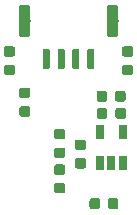
<source format=gbr>
G04 #@! TF.GenerationSoftware,KiCad,Pcbnew,(5.1.0-0)*
G04 #@! TF.CreationDate,2019-06-18T08:50:15-07:00*
G04 #@! TF.ProjectId,airdata,61697264-6174-4612-9e6b-696361645f70,rev?*
G04 #@! TF.SameCoordinates,Original*
G04 #@! TF.FileFunction,Paste,Bot*
G04 #@! TF.FilePolarity,Positive*
%FSLAX46Y46*%
G04 Gerber Fmt 4.6, Leading zero omitted, Abs format (unit mm)*
G04 Created by KiCad (PCBNEW (5.1.0-0)) date 2019-06-18 08:50:15*
%MOMM*%
%LPD*%
G04 APERTURE LIST*
%ADD10C,0.100000*%
%ADD11C,1.000000*%
%ADD12C,0.600000*%
%ADD13C,0.875000*%
%ADD14R,0.650000X1.220000*%
G04 APERTURE END LIST*
D10*
G36*
X44999504Y-44301204D02*
G01*
X45023773Y-44304804D01*
X45047571Y-44310765D01*
X45070671Y-44319030D01*
X45092849Y-44329520D01*
X45113893Y-44342133D01*
X45133598Y-44356747D01*
X45151777Y-44373223D01*
X45168253Y-44391402D01*
X45182867Y-44411107D01*
X45195480Y-44432151D01*
X45205970Y-44454329D01*
X45214235Y-44477429D01*
X45220196Y-44501227D01*
X45223796Y-44525496D01*
X45225000Y-44550000D01*
X45225000Y-46750000D01*
X45223796Y-46774504D01*
X45220196Y-46798773D01*
X45214235Y-46822571D01*
X45205970Y-46845671D01*
X45195480Y-46867849D01*
X45182867Y-46888893D01*
X45168253Y-46908598D01*
X45151777Y-46926777D01*
X45133598Y-46943253D01*
X45113893Y-46957867D01*
X45092849Y-46970480D01*
X45070671Y-46980970D01*
X45047571Y-46989235D01*
X45023773Y-46995196D01*
X44999504Y-46998796D01*
X44975000Y-47000000D01*
X44475000Y-47000000D01*
X44450496Y-46998796D01*
X44426227Y-46995196D01*
X44402429Y-46989235D01*
X44379329Y-46980970D01*
X44357151Y-46970480D01*
X44336107Y-46957867D01*
X44316402Y-46943253D01*
X44298223Y-46926777D01*
X44281747Y-46908598D01*
X44267133Y-46888893D01*
X44254520Y-46867849D01*
X44244030Y-46845671D01*
X44235765Y-46822571D01*
X44229804Y-46798773D01*
X44226204Y-46774504D01*
X44225000Y-46750000D01*
X44225000Y-44550000D01*
X44226204Y-44525496D01*
X44229804Y-44501227D01*
X44235765Y-44477429D01*
X44244030Y-44454329D01*
X44254520Y-44432151D01*
X44267133Y-44411107D01*
X44281747Y-44391402D01*
X44298223Y-44373223D01*
X44316402Y-44356747D01*
X44336107Y-44342133D01*
X44357151Y-44329520D01*
X44379329Y-44319030D01*
X44402429Y-44310765D01*
X44426227Y-44304804D01*
X44450496Y-44301204D01*
X44475000Y-44300000D01*
X44975000Y-44300000D01*
X44999504Y-44301204D01*
X44999504Y-44301204D01*
G37*
D11*
X44725000Y-45650000D03*
D10*
G36*
X37549504Y-44301204D02*
G01*
X37573773Y-44304804D01*
X37597571Y-44310765D01*
X37620671Y-44319030D01*
X37642849Y-44329520D01*
X37663893Y-44342133D01*
X37683598Y-44356747D01*
X37701777Y-44373223D01*
X37718253Y-44391402D01*
X37732867Y-44411107D01*
X37745480Y-44432151D01*
X37755970Y-44454329D01*
X37764235Y-44477429D01*
X37770196Y-44501227D01*
X37773796Y-44525496D01*
X37775000Y-44550000D01*
X37775000Y-46750000D01*
X37773796Y-46774504D01*
X37770196Y-46798773D01*
X37764235Y-46822571D01*
X37755970Y-46845671D01*
X37745480Y-46867849D01*
X37732867Y-46888893D01*
X37718253Y-46908598D01*
X37701777Y-46926777D01*
X37683598Y-46943253D01*
X37663893Y-46957867D01*
X37642849Y-46970480D01*
X37620671Y-46980970D01*
X37597571Y-46989235D01*
X37573773Y-46995196D01*
X37549504Y-46998796D01*
X37525000Y-47000000D01*
X37025000Y-47000000D01*
X37000496Y-46998796D01*
X36976227Y-46995196D01*
X36952429Y-46989235D01*
X36929329Y-46980970D01*
X36907151Y-46970480D01*
X36886107Y-46957867D01*
X36866402Y-46943253D01*
X36848223Y-46926777D01*
X36831747Y-46908598D01*
X36817133Y-46888893D01*
X36804520Y-46867849D01*
X36794030Y-46845671D01*
X36785765Y-46822571D01*
X36779804Y-46798773D01*
X36776204Y-46774504D01*
X36775000Y-46750000D01*
X36775000Y-44550000D01*
X36776204Y-44525496D01*
X36779804Y-44501227D01*
X36785765Y-44477429D01*
X36794030Y-44454329D01*
X36804520Y-44432151D01*
X36817133Y-44411107D01*
X36831747Y-44391402D01*
X36848223Y-44373223D01*
X36866402Y-44356747D01*
X36886107Y-44342133D01*
X36907151Y-44329520D01*
X36929329Y-44319030D01*
X36952429Y-44310765D01*
X36976227Y-44304804D01*
X37000496Y-44301204D01*
X37025000Y-44300000D01*
X37525000Y-44300000D01*
X37549504Y-44301204D01*
X37549504Y-44301204D01*
G37*
D11*
X37275000Y-45650000D03*
D10*
G36*
X43039703Y-48000722D02*
G01*
X43054264Y-48002882D01*
X43068543Y-48006459D01*
X43082403Y-48011418D01*
X43095710Y-48017712D01*
X43108336Y-48025280D01*
X43120159Y-48034048D01*
X43131066Y-48043934D01*
X43140952Y-48054841D01*
X43149720Y-48066664D01*
X43157288Y-48079290D01*
X43163582Y-48092597D01*
X43168541Y-48106457D01*
X43172118Y-48120736D01*
X43174278Y-48135297D01*
X43175000Y-48150000D01*
X43175000Y-49550000D01*
X43174278Y-49564703D01*
X43172118Y-49579264D01*
X43168541Y-49593543D01*
X43163582Y-49607403D01*
X43157288Y-49620710D01*
X43149720Y-49633336D01*
X43140952Y-49645159D01*
X43131066Y-49656066D01*
X43120159Y-49665952D01*
X43108336Y-49674720D01*
X43095710Y-49682288D01*
X43082403Y-49688582D01*
X43068543Y-49693541D01*
X43054264Y-49697118D01*
X43039703Y-49699278D01*
X43025000Y-49700000D01*
X42725000Y-49700000D01*
X42710297Y-49699278D01*
X42695736Y-49697118D01*
X42681457Y-49693541D01*
X42667597Y-49688582D01*
X42654290Y-49682288D01*
X42641664Y-49674720D01*
X42629841Y-49665952D01*
X42618934Y-49656066D01*
X42609048Y-49645159D01*
X42600280Y-49633336D01*
X42592712Y-49620710D01*
X42586418Y-49607403D01*
X42581459Y-49593543D01*
X42577882Y-49579264D01*
X42575722Y-49564703D01*
X42575000Y-49550000D01*
X42575000Y-48150000D01*
X42575722Y-48135297D01*
X42577882Y-48120736D01*
X42581459Y-48106457D01*
X42586418Y-48092597D01*
X42592712Y-48079290D01*
X42600280Y-48066664D01*
X42609048Y-48054841D01*
X42618934Y-48043934D01*
X42629841Y-48034048D01*
X42641664Y-48025280D01*
X42654290Y-48017712D01*
X42667597Y-48011418D01*
X42681457Y-48006459D01*
X42695736Y-48002882D01*
X42710297Y-48000722D01*
X42725000Y-48000000D01*
X43025000Y-48000000D01*
X43039703Y-48000722D01*
X43039703Y-48000722D01*
G37*
D12*
X42875000Y-48850000D03*
D10*
G36*
X41789703Y-48000722D02*
G01*
X41804264Y-48002882D01*
X41818543Y-48006459D01*
X41832403Y-48011418D01*
X41845710Y-48017712D01*
X41858336Y-48025280D01*
X41870159Y-48034048D01*
X41881066Y-48043934D01*
X41890952Y-48054841D01*
X41899720Y-48066664D01*
X41907288Y-48079290D01*
X41913582Y-48092597D01*
X41918541Y-48106457D01*
X41922118Y-48120736D01*
X41924278Y-48135297D01*
X41925000Y-48150000D01*
X41925000Y-49550000D01*
X41924278Y-49564703D01*
X41922118Y-49579264D01*
X41918541Y-49593543D01*
X41913582Y-49607403D01*
X41907288Y-49620710D01*
X41899720Y-49633336D01*
X41890952Y-49645159D01*
X41881066Y-49656066D01*
X41870159Y-49665952D01*
X41858336Y-49674720D01*
X41845710Y-49682288D01*
X41832403Y-49688582D01*
X41818543Y-49693541D01*
X41804264Y-49697118D01*
X41789703Y-49699278D01*
X41775000Y-49700000D01*
X41475000Y-49700000D01*
X41460297Y-49699278D01*
X41445736Y-49697118D01*
X41431457Y-49693541D01*
X41417597Y-49688582D01*
X41404290Y-49682288D01*
X41391664Y-49674720D01*
X41379841Y-49665952D01*
X41368934Y-49656066D01*
X41359048Y-49645159D01*
X41350280Y-49633336D01*
X41342712Y-49620710D01*
X41336418Y-49607403D01*
X41331459Y-49593543D01*
X41327882Y-49579264D01*
X41325722Y-49564703D01*
X41325000Y-49550000D01*
X41325000Y-48150000D01*
X41325722Y-48135297D01*
X41327882Y-48120736D01*
X41331459Y-48106457D01*
X41336418Y-48092597D01*
X41342712Y-48079290D01*
X41350280Y-48066664D01*
X41359048Y-48054841D01*
X41368934Y-48043934D01*
X41379841Y-48034048D01*
X41391664Y-48025280D01*
X41404290Y-48017712D01*
X41417597Y-48011418D01*
X41431457Y-48006459D01*
X41445736Y-48002882D01*
X41460297Y-48000722D01*
X41475000Y-48000000D01*
X41775000Y-48000000D01*
X41789703Y-48000722D01*
X41789703Y-48000722D01*
G37*
D12*
X41625000Y-48850000D03*
D10*
G36*
X40539703Y-48000722D02*
G01*
X40554264Y-48002882D01*
X40568543Y-48006459D01*
X40582403Y-48011418D01*
X40595710Y-48017712D01*
X40608336Y-48025280D01*
X40620159Y-48034048D01*
X40631066Y-48043934D01*
X40640952Y-48054841D01*
X40649720Y-48066664D01*
X40657288Y-48079290D01*
X40663582Y-48092597D01*
X40668541Y-48106457D01*
X40672118Y-48120736D01*
X40674278Y-48135297D01*
X40675000Y-48150000D01*
X40675000Y-49550000D01*
X40674278Y-49564703D01*
X40672118Y-49579264D01*
X40668541Y-49593543D01*
X40663582Y-49607403D01*
X40657288Y-49620710D01*
X40649720Y-49633336D01*
X40640952Y-49645159D01*
X40631066Y-49656066D01*
X40620159Y-49665952D01*
X40608336Y-49674720D01*
X40595710Y-49682288D01*
X40582403Y-49688582D01*
X40568543Y-49693541D01*
X40554264Y-49697118D01*
X40539703Y-49699278D01*
X40525000Y-49700000D01*
X40225000Y-49700000D01*
X40210297Y-49699278D01*
X40195736Y-49697118D01*
X40181457Y-49693541D01*
X40167597Y-49688582D01*
X40154290Y-49682288D01*
X40141664Y-49674720D01*
X40129841Y-49665952D01*
X40118934Y-49656066D01*
X40109048Y-49645159D01*
X40100280Y-49633336D01*
X40092712Y-49620710D01*
X40086418Y-49607403D01*
X40081459Y-49593543D01*
X40077882Y-49579264D01*
X40075722Y-49564703D01*
X40075000Y-49550000D01*
X40075000Y-48150000D01*
X40075722Y-48135297D01*
X40077882Y-48120736D01*
X40081459Y-48106457D01*
X40086418Y-48092597D01*
X40092712Y-48079290D01*
X40100280Y-48066664D01*
X40109048Y-48054841D01*
X40118934Y-48043934D01*
X40129841Y-48034048D01*
X40141664Y-48025280D01*
X40154290Y-48017712D01*
X40167597Y-48011418D01*
X40181457Y-48006459D01*
X40195736Y-48002882D01*
X40210297Y-48000722D01*
X40225000Y-48000000D01*
X40525000Y-48000000D01*
X40539703Y-48000722D01*
X40539703Y-48000722D01*
G37*
D12*
X40375000Y-48850000D03*
D10*
G36*
X39289703Y-48000722D02*
G01*
X39304264Y-48002882D01*
X39318543Y-48006459D01*
X39332403Y-48011418D01*
X39345710Y-48017712D01*
X39358336Y-48025280D01*
X39370159Y-48034048D01*
X39381066Y-48043934D01*
X39390952Y-48054841D01*
X39399720Y-48066664D01*
X39407288Y-48079290D01*
X39413582Y-48092597D01*
X39418541Y-48106457D01*
X39422118Y-48120736D01*
X39424278Y-48135297D01*
X39425000Y-48150000D01*
X39425000Y-49550000D01*
X39424278Y-49564703D01*
X39422118Y-49579264D01*
X39418541Y-49593543D01*
X39413582Y-49607403D01*
X39407288Y-49620710D01*
X39399720Y-49633336D01*
X39390952Y-49645159D01*
X39381066Y-49656066D01*
X39370159Y-49665952D01*
X39358336Y-49674720D01*
X39345710Y-49682288D01*
X39332403Y-49688582D01*
X39318543Y-49693541D01*
X39304264Y-49697118D01*
X39289703Y-49699278D01*
X39275000Y-49700000D01*
X38975000Y-49700000D01*
X38960297Y-49699278D01*
X38945736Y-49697118D01*
X38931457Y-49693541D01*
X38917597Y-49688582D01*
X38904290Y-49682288D01*
X38891664Y-49674720D01*
X38879841Y-49665952D01*
X38868934Y-49656066D01*
X38859048Y-49645159D01*
X38850280Y-49633336D01*
X38842712Y-49620710D01*
X38836418Y-49607403D01*
X38831459Y-49593543D01*
X38827882Y-49579264D01*
X38825722Y-49564703D01*
X38825000Y-49550000D01*
X38825000Y-48150000D01*
X38825722Y-48135297D01*
X38827882Y-48120736D01*
X38831459Y-48106457D01*
X38836418Y-48092597D01*
X38842712Y-48079290D01*
X38850280Y-48066664D01*
X38859048Y-48054841D01*
X38868934Y-48043934D01*
X38879841Y-48034048D01*
X38891664Y-48025280D01*
X38904290Y-48017712D01*
X38917597Y-48011418D01*
X38931457Y-48006459D01*
X38945736Y-48002882D01*
X38960297Y-48000722D01*
X38975000Y-48000000D01*
X39275000Y-48000000D01*
X39289703Y-48000722D01*
X39289703Y-48000722D01*
G37*
D12*
X39125000Y-48850000D03*
D10*
G36*
X45027691Y-60626053D02*
G01*
X45048926Y-60629203D01*
X45069750Y-60634419D01*
X45089962Y-60641651D01*
X45109368Y-60650830D01*
X45127781Y-60661866D01*
X45145024Y-60674654D01*
X45160930Y-60689070D01*
X45175346Y-60704976D01*
X45188134Y-60722219D01*
X45199170Y-60740632D01*
X45208349Y-60760038D01*
X45215581Y-60780250D01*
X45220797Y-60801074D01*
X45223947Y-60822309D01*
X45225000Y-60843750D01*
X45225000Y-61356250D01*
X45223947Y-61377691D01*
X45220797Y-61398926D01*
X45215581Y-61419750D01*
X45208349Y-61439962D01*
X45199170Y-61459368D01*
X45188134Y-61477781D01*
X45175346Y-61495024D01*
X45160930Y-61510930D01*
X45145024Y-61525346D01*
X45127781Y-61538134D01*
X45109368Y-61549170D01*
X45089962Y-61558349D01*
X45069750Y-61565581D01*
X45048926Y-61570797D01*
X45027691Y-61573947D01*
X45006250Y-61575000D01*
X44568750Y-61575000D01*
X44547309Y-61573947D01*
X44526074Y-61570797D01*
X44505250Y-61565581D01*
X44485038Y-61558349D01*
X44465632Y-61549170D01*
X44447219Y-61538134D01*
X44429976Y-61525346D01*
X44414070Y-61510930D01*
X44399654Y-61495024D01*
X44386866Y-61477781D01*
X44375830Y-61459368D01*
X44366651Y-61439962D01*
X44359419Y-61419750D01*
X44354203Y-61398926D01*
X44351053Y-61377691D01*
X44350000Y-61356250D01*
X44350000Y-60843750D01*
X44351053Y-60822309D01*
X44354203Y-60801074D01*
X44359419Y-60780250D01*
X44366651Y-60760038D01*
X44375830Y-60740632D01*
X44386866Y-60722219D01*
X44399654Y-60704976D01*
X44414070Y-60689070D01*
X44429976Y-60674654D01*
X44447219Y-60661866D01*
X44465632Y-60650830D01*
X44485038Y-60641651D01*
X44505250Y-60634419D01*
X44526074Y-60629203D01*
X44547309Y-60626053D01*
X44568750Y-60625000D01*
X45006250Y-60625000D01*
X45027691Y-60626053D01*
X45027691Y-60626053D01*
G37*
D13*
X44787500Y-61100000D03*
D10*
G36*
X43452691Y-60626053D02*
G01*
X43473926Y-60629203D01*
X43494750Y-60634419D01*
X43514962Y-60641651D01*
X43534368Y-60650830D01*
X43552781Y-60661866D01*
X43570024Y-60674654D01*
X43585930Y-60689070D01*
X43600346Y-60704976D01*
X43613134Y-60722219D01*
X43624170Y-60740632D01*
X43633349Y-60760038D01*
X43640581Y-60780250D01*
X43645797Y-60801074D01*
X43648947Y-60822309D01*
X43650000Y-60843750D01*
X43650000Y-61356250D01*
X43648947Y-61377691D01*
X43645797Y-61398926D01*
X43640581Y-61419750D01*
X43633349Y-61439962D01*
X43624170Y-61459368D01*
X43613134Y-61477781D01*
X43600346Y-61495024D01*
X43585930Y-61510930D01*
X43570024Y-61525346D01*
X43552781Y-61538134D01*
X43534368Y-61549170D01*
X43514962Y-61558349D01*
X43494750Y-61565581D01*
X43473926Y-61570797D01*
X43452691Y-61573947D01*
X43431250Y-61575000D01*
X42993750Y-61575000D01*
X42972309Y-61573947D01*
X42951074Y-61570797D01*
X42930250Y-61565581D01*
X42910038Y-61558349D01*
X42890632Y-61549170D01*
X42872219Y-61538134D01*
X42854976Y-61525346D01*
X42839070Y-61510930D01*
X42824654Y-61495024D01*
X42811866Y-61477781D01*
X42800830Y-61459368D01*
X42791651Y-61439962D01*
X42784419Y-61419750D01*
X42779203Y-61398926D01*
X42776053Y-61377691D01*
X42775000Y-61356250D01*
X42775000Y-60843750D01*
X42776053Y-60822309D01*
X42779203Y-60801074D01*
X42784419Y-60780250D01*
X42791651Y-60760038D01*
X42800830Y-60740632D01*
X42811866Y-60722219D01*
X42824654Y-60704976D01*
X42839070Y-60689070D01*
X42854976Y-60674654D01*
X42872219Y-60661866D01*
X42890632Y-60650830D01*
X42910038Y-60641651D01*
X42930250Y-60634419D01*
X42951074Y-60629203D01*
X42972309Y-60626053D01*
X42993750Y-60625000D01*
X43431250Y-60625000D01*
X43452691Y-60626053D01*
X43452691Y-60626053D01*
G37*
D13*
X43212500Y-61100000D03*
D10*
G36*
X37577691Y-51276053D02*
G01*
X37598926Y-51279203D01*
X37619750Y-51284419D01*
X37639962Y-51291651D01*
X37659368Y-51300830D01*
X37677781Y-51311866D01*
X37695024Y-51324654D01*
X37710930Y-51339070D01*
X37725346Y-51354976D01*
X37738134Y-51372219D01*
X37749170Y-51390632D01*
X37758349Y-51410038D01*
X37765581Y-51430250D01*
X37770797Y-51451074D01*
X37773947Y-51472309D01*
X37775000Y-51493750D01*
X37775000Y-51931250D01*
X37773947Y-51952691D01*
X37770797Y-51973926D01*
X37765581Y-51994750D01*
X37758349Y-52014962D01*
X37749170Y-52034368D01*
X37738134Y-52052781D01*
X37725346Y-52070024D01*
X37710930Y-52085930D01*
X37695024Y-52100346D01*
X37677781Y-52113134D01*
X37659368Y-52124170D01*
X37639962Y-52133349D01*
X37619750Y-52140581D01*
X37598926Y-52145797D01*
X37577691Y-52148947D01*
X37556250Y-52150000D01*
X37043750Y-52150000D01*
X37022309Y-52148947D01*
X37001074Y-52145797D01*
X36980250Y-52140581D01*
X36960038Y-52133349D01*
X36940632Y-52124170D01*
X36922219Y-52113134D01*
X36904976Y-52100346D01*
X36889070Y-52085930D01*
X36874654Y-52070024D01*
X36861866Y-52052781D01*
X36850830Y-52034368D01*
X36841651Y-52014962D01*
X36834419Y-51994750D01*
X36829203Y-51973926D01*
X36826053Y-51952691D01*
X36825000Y-51931250D01*
X36825000Y-51493750D01*
X36826053Y-51472309D01*
X36829203Y-51451074D01*
X36834419Y-51430250D01*
X36841651Y-51410038D01*
X36850830Y-51390632D01*
X36861866Y-51372219D01*
X36874654Y-51354976D01*
X36889070Y-51339070D01*
X36904976Y-51324654D01*
X36922219Y-51311866D01*
X36940632Y-51300830D01*
X36960038Y-51291651D01*
X36980250Y-51284419D01*
X37001074Y-51279203D01*
X37022309Y-51276053D01*
X37043750Y-51275000D01*
X37556250Y-51275000D01*
X37577691Y-51276053D01*
X37577691Y-51276053D01*
G37*
D13*
X37300000Y-51712500D03*
D10*
G36*
X37577691Y-52851053D02*
G01*
X37598926Y-52854203D01*
X37619750Y-52859419D01*
X37639962Y-52866651D01*
X37659368Y-52875830D01*
X37677781Y-52886866D01*
X37695024Y-52899654D01*
X37710930Y-52914070D01*
X37725346Y-52929976D01*
X37738134Y-52947219D01*
X37749170Y-52965632D01*
X37758349Y-52985038D01*
X37765581Y-53005250D01*
X37770797Y-53026074D01*
X37773947Y-53047309D01*
X37775000Y-53068750D01*
X37775000Y-53506250D01*
X37773947Y-53527691D01*
X37770797Y-53548926D01*
X37765581Y-53569750D01*
X37758349Y-53589962D01*
X37749170Y-53609368D01*
X37738134Y-53627781D01*
X37725346Y-53645024D01*
X37710930Y-53660930D01*
X37695024Y-53675346D01*
X37677781Y-53688134D01*
X37659368Y-53699170D01*
X37639962Y-53708349D01*
X37619750Y-53715581D01*
X37598926Y-53720797D01*
X37577691Y-53723947D01*
X37556250Y-53725000D01*
X37043750Y-53725000D01*
X37022309Y-53723947D01*
X37001074Y-53720797D01*
X36980250Y-53715581D01*
X36960038Y-53708349D01*
X36940632Y-53699170D01*
X36922219Y-53688134D01*
X36904976Y-53675346D01*
X36889070Y-53660930D01*
X36874654Y-53645024D01*
X36861866Y-53627781D01*
X36850830Y-53609368D01*
X36841651Y-53589962D01*
X36834419Y-53569750D01*
X36829203Y-53548926D01*
X36826053Y-53527691D01*
X36825000Y-53506250D01*
X36825000Y-53068750D01*
X36826053Y-53047309D01*
X36829203Y-53026074D01*
X36834419Y-53005250D01*
X36841651Y-52985038D01*
X36850830Y-52965632D01*
X36861866Y-52947219D01*
X36874654Y-52929976D01*
X36889070Y-52914070D01*
X36904976Y-52899654D01*
X36922219Y-52886866D01*
X36940632Y-52875830D01*
X36960038Y-52866651D01*
X36980250Y-52859419D01*
X37001074Y-52854203D01*
X37022309Y-52851053D01*
X37043750Y-52850000D01*
X37556250Y-52850000D01*
X37577691Y-52851053D01*
X37577691Y-52851053D01*
G37*
D13*
X37300000Y-53287500D03*
D10*
G36*
X40527691Y-59351053D02*
G01*
X40548926Y-59354203D01*
X40569750Y-59359419D01*
X40589962Y-59366651D01*
X40609368Y-59375830D01*
X40627781Y-59386866D01*
X40645024Y-59399654D01*
X40660930Y-59414070D01*
X40675346Y-59429976D01*
X40688134Y-59447219D01*
X40699170Y-59465632D01*
X40708349Y-59485038D01*
X40715581Y-59505250D01*
X40720797Y-59526074D01*
X40723947Y-59547309D01*
X40725000Y-59568750D01*
X40725000Y-60006250D01*
X40723947Y-60027691D01*
X40720797Y-60048926D01*
X40715581Y-60069750D01*
X40708349Y-60089962D01*
X40699170Y-60109368D01*
X40688134Y-60127781D01*
X40675346Y-60145024D01*
X40660930Y-60160930D01*
X40645024Y-60175346D01*
X40627781Y-60188134D01*
X40609368Y-60199170D01*
X40589962Y-60208349D01*
X40569750Y-60215581D01*
X40548926Y-60220797D01*
X40527691Y-60223947D01*
X40506250Y-60225000D01*
X39993750Y-60225000D01*
X39972309Y-60223947D01*
X39951074Y-60220797D01*
X39930250Y-60215581D01*
X39910038Y-60208349D01*
X39890632Y-60199170D01*
X39872219Y-60188134D01*
X39854976Y-60175346D01*
X39839070Y-60160930D01*
X39824654Y-60145024D01*
X39811866Y-60127781D01*
X39800830Y-60109368D01*
X39791651Y-60089962D01*
X39784419Y-60069750D01*
X39779203Y-60048926D01*
X39776053Y-60027691D01*
X39775000Y-60006250D01*
X39775000Y-59568750D01*
X39776053Y-59547309D01*
X39779203Y-59526074D01*
X39784419Y-59505250D01*
X39791651Y-59485038D01*
X39800830Y-59465632D01*
X39811866Y-59447219D01*
X39824654Y-59429976D01*
X39839070Y-59414070D01*
X39854976Y-59399654D01*
X39872219Y-59386866D01*
X39890632Y-59375830D01*
X39910038Y-59366651D01*
X39930250Y-59359419D01*
X39951074Y-59354203D01*
X39972309Y-59351053D01*
X39993750Y-59350000D01*
X40506250Y-59350000D01*
X40527691Y-59351053D01*
X40527691Y-59351053D01*
G37*
D13*
X40250000Y-59787500D03*
D10*
G36*
X40527691Y-57776053D02*
G01*
X40548926Y-57779203D01*
X40569750Y-57784419D01*
X40589962Y-57791651D01*
X40609368Y-57800830D01*
X40627781Y-57811866D01*
X40645024Y-57824654D01*
X40660930Y-57839070D01*
X40675346Y-57854976D01*
X40688134Y-57872219D01*
X40699170Y-57890632D01*
X40708349Y-57910038D01*
X40715581Y-57930250D01*
X40720797Y-57951074D01*
X40723947Y-57972309D01*
X40725000Y-57993750D01*
X40725000Y-58431250D01*
X40723947Y-58452691D01*
X40720797Y-58473926D01*
X40715581Y-58494750D01*
X40708349Y-58514962D01*
X40699170Y-58534368D01*
X40688134Y-58552781D01*
X40675346Y-58570024D01*
X40660930Y-58585930D01*
X40645024Y-58600346D01*
X40627781Y-58613134D01*
X40609368Y-58624170D01*
X40589962Y-58633349D01*
X40569750Y-58640581D01*
X40548926Y-58645797D01*
X40527691Y-58648947D01*
X40506250Y-58650000D01*
X39993750Y-58650000D01*
X39972309Y-58648947D01*
X39951074Y-58645797D01*
X39930250Y-58640581D01*
X39910038Y-58633349D01*
X39890632Y-58624170D01*
X39872219Y-58613134D01*
X39854976Y-58600346D01*
X39839070Y-58585930D01*
X39824654Y-58570024D01*
X39811866Y-58552781D01*
X39800830Y-58534368D01*
X39791651Y-58514962D01*
X39784419Y-58494750D01*
X39779203Y-58473926D01*
X39776053Y-58452691D01*
X39775000Y-58431250D01*
X39775000Y-57993750D01*
X39776053Y-57972309D01*
X39779203Y-57951074D01*
X39784419Y-57930250D01*
X39791651Y-57910038D01*
X39800830Y-57890632D01*
X39811866Y-57872219D01*
X39824654Y-57854976D01*
X39839070Y-57839070D01*
X39854976Y-57824654D01*
X39872219Y-57811866D01*
X39890632Y-57800830D01*
X39910038Y-57791651D01*
X39930250Y-57784419D01*
X39951074Y-57779203D01*
X39972309Y-57776053D01*
X39993750Y-57775000D01*
X40506250Y-57775000D01*
X40527691Y-57776053D01*
X40527691Y-57776053D01*
G37*
D13*
X40250000Y-58212500D03*
D10*
G36*
X40527691Y-54776053D02*
G01*
X40548926Y-54779203D01*
X40569750Y-54784419D01*
X40589962Y-54791651D01*
X40609368Y-54800830D01*
X40627781Y-54811866D01*
X40645024Y-54824654D01*
X40660930Y-54839070D01*
X40675346Y-54854976D01*
X40688134Y-54872219D01*
X40699170Y-54890632D01*
X40708349Y-54910038D01*
X40715581Y-54930250D01*
X40720797Y-54951074D01*
X40723947Y-54972309D01*
X40725000Y-54993750D01*
X40725000Y-55431250D01*
X40723947Y-55452691D01*
X40720797Y-55473926D01*
X40715581Y-55494750D01*
X40708349Y-55514962D01*
X40699170Y-55534368D01*
X40688134Y-55552781D01*
X40675346Y-55570024D01*
X40660930Y-55585930D01*
X40645024Y-55600346D01*
X40627781Y-55613134D01*
X40609368Y-55624170D01*
X40589962Y-55633349D01*
X40569750Y-55640581D01*
X40548926Y-55645797D01*
X40527691Y-55648947D01*
X40506250Y-55650000D01*
X39993750Y-55650000D01*
X39972309Y-55648947D01*
X39951074Y-55645797D01*
X39930250Y-55640581D01*
X39910038Y-55633349D01*
X39890632Y-55624170D01*
X39872219Y-55613134D01*
X39854976Y-55600346D01*
X39839070Y-55585930D01*
X39824654Y-55570024D01*
X39811866Y-55552781D01*
X39800830Y-55534368D01*
X39791651Y-55514962D01*
X39784419Y-55494750D01*
X39779203Y-55473926D01*
X39776053Y-55452691D01*
X39775000Y-55431250D01*
X39775000Y-54993750D01*
X39776053Y-54972309D01*
X39779203Y-54951074D01*
X39784419Y-54930250D01*
X39791651Y-54910038D01*
X39800830Y-54890632D01*
X39811866Y-54872219D01*
X39824654Y-54854976D01*
X39839070Y-54839070D01*
X39854976Y-54824654D01*
X39872219Y-54811866D01*
X39890632Y-54800830D01*
X39910038Y-54791651D01*
X39930250Y-54784419D01*
X39951074Y-54779203D01*
X39972309Y-54776053D01*
X39993750Y-54775000D01*
X40506250Y-54775000D01*
X40527691Y-54776053D01*
X40527691Y-54776053D01*
G37*
D13*
X40250000Y-55212500D03*
D10*
G36*
X40527691Y-56351053D02*
G01*
X40548926Y-56354203D01*
X40569750Y-56359419D01*
X40589962Y-56366651D01*
X40609368Y-56375830D01*
X40627781Y-56386866D01*
X40645024Y-56399654D01*
X40660930Y-56414070D01*
X40675346Y-56429976D01*
X40688134Y-56447219D01*
X40699170Y-56465632D01*
X40708349Y-56485038D01*
X40715581Y-56505250D01*
X40720797Y-56526074D01*
X40723947Y-56547309D01*
X40725000Y-56568750D01*
X40725000Y-57006250D01*
X40723947Y-57027691D01*
X40720797Y-57048926D01*
X40715581Y-57069750D01*
X40708349Y-57089962D01*
X40699170Y-57109368D01*
X40688134Y-57127781D01*
X40675346Y-57145024D01*
X40660930Y-57160930D01*
X40645024Y-57175346D01*
X40627781Y-57188134D01*
X40609368Y-57199170D01*
X40589962Y-57208349D01*
X40569750Y-57215581D01*
X40548926Y-57220797D01*
X40527691Y-57223947D01*
X40506250Y-57225000D01*
X39993750Y-57225000D01*
X39972309Y-57223947D01*
X39951074Y-57220797D01*
X39930250Y-57215581D01*
X39910038Y-57208349D01*
X39890632Y-57199170D01*
X39872219Y-57188134D01*
X39854976Y-57175346D01*
X39839070Y-57160930D01*
X39824654Y-57145024D01*
X39811866Y-57127781D01*
X39800830Y-57109368D01*
X39791651Y-57089962D01*
X39784419Y-57069750D01*
X39779203Y-57048926D01*
X39776053Y-57027691D01*
X39775000Y-57006250D01*
X39775000Y-56568750D01*
X39776053Y-56547309D01*
X39779203Y-56526074D01*
X39784419Y-56505250D01*
X39791651Y-56485038D01*
X39800830Y-56465632D01*
X39811866Y-56447219D01*
X39824654Y-56429976D01*
X39839070Y-56414070D01*
X39854976Y-56399654D01*
X39872219Y-56386866D01*
X39890632Y-56375830D01*
X39910038Y-56366651D01*
X39930250Y-56359419D01*
X39951074Y-56354203D01*
X39972309Y-56351053D01*
X39993750Y-56350000D01*
X40506250Y-56350000D01*
X40527691Y-56351053D01*
X40527691Y-56351053D01*
G37*
D13*
X40250000Y-56787500D03*
D10*
G36*
X46277691Y-47776053D02*
G01*
X46298926Y-47779203D01*
X46319750Y-47784419D01*
X46339962Y-47791651D01*
X46359368Y-47800830D01*
X46377781Y-47811866D01*
X46395024Y-47824654D01*
X46410930Y-47839070D01*
X46425346Y-47854976D01*
X46438134Y-47872219D01*
X46449170Y-47890632D01*
X46458349Y-47910038D01*
X46465581Y-47930250D01*
X46470797Y-47951074D01*
X46473947Y-47972309D01*
X46475000Y-47993750D01*
X46475000Y-48431250D01*
X46473947Y-48452691D01*
X46470797Y-48473926D01*
X46465581Y-48494750D01*
X46458349Y-48514962D01*
X46449170Y-48534368D01*
X46438134Y-48552781D01*
X46425346Y-48570024D01*
X46410930Y-48585930D01*
X46395024Y-48600346D01*
X46377781Y-48613134D01*
X46359368Y-48624170D01*
X46339962Y-48633349D01*
X46319750Y-48640581D01*
X46298926Y-48645797D01*
X46277691Y-48648947D01*
X46256250Y-48650000D01*
X45743750Y-48650000D01*
X45722309Y-48648947D01*
X45701074Y-48645797D01*
X45680250Y-48640581D01*
X45660038Y-48633349D01*
X45640632Y-48624170D01*
X45622219Y-48613134D01*
X45604976Y-48600346D01*
X45589070Y-48585930D01*
X45574654Y-48570024D01*
X45561866Y-48552781D01*
X45550830Y-48534368D01*
X45541651Y-48514962D01*
X45534419Y-48494750D01*
X45529203Y-48473926D01*
X45526053Y-48452691D01*
X45525000Y-48431250D01*
X45525000Y-47993750D01*
X45526053Y-47972309D01*
X45529203Y-47951074D01*
X45534419Y-47930250D01*
X45541651Y-47910038D01*
X45550830Y-47890632D01*
X45561866Y-47872219D01*
X45574654Y-47854976D01*
X45589070Y-47839070D01*
X45604976Y-47824654D01*
X45622219Y-47811866D01*
X45640632Y-47800830D01*
X45660038Y-47791651D01*
X45680250Y-47784419D01*
X45701074Y-47779203D01*
X45722309Y-47776053D01*
X45743750Y-47775000D01*
X46256250Y-47775000D01*
X46277691Y-47776053D01*
X46277691Y-47776053D01*
G37*
D13*
X46000000Y-48212500D03*
D10*
G36*
X46277691Y-49351053D02*
G01*
X46298926Y-49354203D01*
X46319750Y-49359419D01*
X46339962Y-49366651D01*
X46359368Y-49375830D01*
X46377781Y-49386866D01*
X46395024Y-49399654D01*
X46410930Y-49414070D01*
X46425346Y-49429976D01*
X46438134Y-49447219D01*
X46449170Y-49465632D01*
X46458349Y-49485038D01*
X46465581Y-49505250D01*
X46470797Y-49526074D01*
X46473947Y-49547309D01*
X46475000Y-49568750D01*
X46475000Y-50006250D01*
X46473947Y-50027691D01*
X46470797Y-50048926D01*
X46465581Y-50069750D01*
X46458349Y-50089962D01*
X46449170Y-50109368D01*
X46438134Y-50127781D01*
X46425346Y-50145024D01*
X46410930Y-50160930D01*
X46395024Y-50175346D01*
X46377781Y-50188134D01*
X46359368Y-50199170D01*
X46339962Y-50208349D01*
X46319750Y-50215581D01*
X46298926Y-50220797D01*
X46277691Y-50223947D01*
X46256250Y-50225000D01*
X45743750Y-50225000D01*
X45722309Y-50223947D01*
X45701074Y-50220797D01*
X45680250Y-50215581D01*
X45660038Y-50208349D01*
X45640632Y-50199170D01*
X45622219Y-50188134D01*
X45604976Y-50175346D01*
X45589070Y-50160930D01*
X45574654Y-50145024D01*
X45561866Y-50127781D01*
X45550830Y-50109368D01*
X45541651Y-50089962D01*
X45534419Y-50069750D01*
X45529203Y-50048926D01*
X45526053Y-50027691D01*
X45525000Y-50006250D01*
X45525000Y-49568750D01*
X45526053Y-49547309D01*
X45529203Y-49526074D01*
X45534419Y-49505250D01*
X45541651Y-49485038D01*
X45550830Y-49465632D01*
X45561866Y-49447219D01*
X45574654Y-49429976D01*
X45589070Y-49414070D01*
X45604976Y-49399654D01*
X45622219Y-49386866D01*
X45640632Y-49375830D01*
X45660038Y-49366651D01*
X45680250Y-49359419D01*
X45701074Y-49354203D01*
X45722309Y-49351053D01*
X45743750Y-49350000D01*
X46256250Y-49350000D01*
X46277691Y-49351053D01*
X46277691Y-49351053D01*
G37*
D13*
X46000000Y-49787500D03*
D10*
G36*
X36277691Y-49351053D02*
G01*
X36298926Y-49354203D01*
X36319750Y-49359419D01*
X36339962Y-49366651D01*
X36359368Y-49375830D01*
X36377781Y-49386866D01*
X36395024Y-49399654D01*
X36410930Y-49414070D01*
X36425346Y-49429976D01*
X36438134Y-49447219D01*
X36449170Y-49465632D01*
X36458349Y-49485038D01*
X36465581Y-49505250D01*
X36470797Y-49526074D01*
X36473947Y-49547309D01*
X36475000Y-49568750D01*
X36475000Y-50006250D01*
X36473947Y-50027691D01*
X36470797Y-50048926D01*
X36465581Y-50069750D01*
X36458349Y-50089962D01*
X36449170Y-50109368D01*
X36438134Y-50127781D01*
X36425346Y-50145024D01*
X36410930Y-50160930D01*
X36395024Y-50175346D01*
X36377781Y-50188134D01*
X36359368Y-50199170D01*
X36339962Y-50208349D01*
X36319750Y-50215581D01*
X36298926Y-50220797D01*
X36277691Y-50223947D01*
X36256250Y-50225000D01*
X35743750Y-50225000D01*
X35722309Y-50223947D01*
X35701074Y-50220797D01*
X35680250Y-50215581D01*
X35660038Y-50208349D01*
X35640632Y-50199170D01*
X35622219Y-50188134D01*
X35604976Y-50175346D01*
X35589070Y-50160930D01*
X35574654Y-50145024D01*
X35561866Y-50127781D01*
X35550830Y-50109368D01*
X35541651Y-50089962D01*
X35534419Y-50069750D01*
X35529203Y-50048926D01*
X35526053Y-50027691D01*
X35525000Y-50006250D01*
X35525000Y-49568750D01*
X35526053Y-49547309D01*
X35529203Y-49526074D01*
X35534419Y-49505250D01*
X35541651Y-49485038D01*
X35550830Y-49465632D01*
X35561866Y-49447219D01*
X35574654Y-49429976D01*
X35589070Y-49414070D01*
X35604976Y-49399654D01*
X35622219Y-49386866D01*
X35640632Y-49375830D01*
X35660038Y-49366651D01*
X35680250Y-49359419D01*
X35701074Y-49354203D01*
X35722309Y-49351053D01*
X35743750Y-49350000D01*
X36256250Y-49350000D01*
X36277691Y-49351053D01*
X36277691Y-49351053D01*
G37*
D13*
X36000000Y-49787500D03*
D10*
G36*
X36277691Y-47776053D02*
G01*
X36298926Y-47779203D01*
X36319750Y-47784419D01*
X36339962Y-47791651D01*
X36359368Y-47800830D01*
X36377781Y-47811866D01*
X36395024Y-47824654D01*
X36410930Y-47839070D01*
X36425346Y-47854976D01*
X36438134Y-47872219D01*
X36449170Y-47890632D01*
X36458349Y-47910038D01*
X36465581Y-47930250D01*
X36470797Y-47951074D01*
X36473947Y-47972309D01*
X36475000Y-47993750D01*
X36475000Y-48431250D01*
X36473947Y-48452691D01*
X36470797Y-48473926D01*
X36465581Y-48494750D01*
X36458349Y-48514962D01*
X36449170Y-48534368D01*
X36438134Y-48552781D01*
X36425346Y-48570024D01*
X36410930Y-48585930D01*
X36395024Y-48600346D01*
X36377781Y-48613134D01*
X36359368Y-48624170D01*
X36339962Y-48633349D01*
X36319750Y-48640581D01*
X36298926Y-48645797D01*
X36277691Y-48648947D01*
X36256250Y-48650000D01*
X35743750Y-48650000D01*
X35722309Y-48648947D01*
X35701074Y-48645797D01*
X35680250Y-48640581D01*
X35660038Y-48633349D01*
X35640632Y-48624170D01*
X35622219Y-48613134D01*
X35604976Y-48600346D01*
X35589070Y-48585930D01*
X35574654Y-48570024D01*
X35561866Y-48552781D01*
X35550830Y-48534368D01*
X35541651Y-48514962D01*
X35534419Y-48494750D01*
X35529203Y-48473926D01*
X35526053Y-48452691D01*
X35525000Y-48431250D01*
X35525000Y-47993750D01*
X35526053Y-47972309D01*
X35529203Y-47951074D01*
X35534419Y-47930250D01*
X35541651Y-47910038D01*
X35550830Y-47890632D01*
X35561866Y-47872219D01*
X35574654Y-47854976D01*
X35589070Y-47839070D01*
X35604976Y-47824654D01*
X35622219Y-47811866D01*
X35640632Y-47800830D01*
X35660038Y-47791651D01*
X35680250Y-47784419D01*
X35701074Y-47779203D01*
X35722309Y-47776053D01*
X35743750Y-47775000D01*
X36256250Y-47775000D01*
X36277691Y-47776053D01*
X36277691Y-47776053D01*
G37*
D13*
X36000000Y-48212500D03*
D14*
X45575000Y-55040000D03*
X43675000Y-55040000D03*
X43675000Y-57660000D03*
X44625000Y-57660000D03*
X45575000Y-57660000D03*
D10*
G36*
X42277691Y-57251053D02*
G01*
X42298926Y-57254203D01*
X42319750Y-57259419D01*
X42339962Y-57266651D01*
X42359368Y-57275830D01*
X42377781Y-57286866D01*
X42395024Y-57299654D01*
X42410930Y-57314070D01*
X42425346Y-57329976D01*
X42438134Y-57347219D01*
X42449170Y-57365632D01*
X42458349Y-57385038D01*
X42465581Y-57405250D01*
X42470797Y-57426074D01*
X42473947Y-57447309D01*
X42475000Y-57468750D01*
X42475000Y-57906250D01*
X42473947Y-57927691D01*
X42470797Y-57948926D01*
X42465581Y-57969750D01*
X42458349Y-57989962D01*
X42449170Y-58009368D01*
X42438134Y-58027781D01*
X42425346Y-58045024D01*
X42410930Y-58060930D01*
X42395024Y-58075346D01*
X42377781Y-58088134D01*
X42359368Y-58099170D01*
X42339962Y-58108349D01*
X42319750Y-58115581D01*
X42298926Y-58120797D01*
X42277691Y-58123947D01*
X42256250Y-58125000D01*
X41743750Y-58125000D01*
X41722309Y-58123947D01*
X41701074Y-58120797D01*
X41680250Y-58115581D01*
X41660038Y-58108349D01*
X41640632Y-58099170D01*
X41622219Y-58088134D01*
X41604976Y-58075346D01*
X41589070Y-58060930D01*
X41574654Y-58045024D01*
X41561866Y-58027781D01*
X41550830Y-58009368D01*
X41541651Y-57989962D01*
X41534419Y-57969750D01*
X41529203Y-57948926D01*
X41526053Y-57927691D01*
X41525000Y-57906250D01*
X41525000Y-57468750D01*
X41526053Y-57447309D01*
X41529203Y-57426074D01*
X41534419Y-57405250D01*
X41541651Y-57385038D01*
X41550830Y-57365632D01*
X41561866Y-57347219D01*
X41574654Y-57329976D01*
X41589070Y-57314070D01*
X41604976Y-57299654D01*
X41622219Y-57286866D01*
X41640632Y-57275830D01*
X41660038Y-57266651D01*
X41680250Y-57259419D01*
X41701074Y-57254203D01*
X41722309Y-57251053D01*
X41743750Y-57250000D01*
X42256250Y-57250000D01*
X42277691Y-57251053D01*
X42277691Y-57251053D01*
G37*
D13*
X42000000Y-57687500D03*
D10*
G36*
X42277691Y-55676053D02*
G01*
X42298926Y-55679203D01*
X42319750Y-55684419D01*
X42339962Y-55691651D01*
X42359368Y-55700830D01*
X42377781Y-55711866D01*
X42395024Y-55724654D01*
X42410930Y-55739070D01*
X42425346Y-55754976D01*
X42438134Y-55772219D01*
X42449170Y-55790632D01*
X42458349Y-55810038D01*
X42465581Y-55830250D01*
X42470797Y-55851074D01*
X42473947Y-55872309D01*
X42475000Y-55893750D01*
X42475000Y-56331250D01*
X42473947Y-56352691D01*
X42470797Y-56373926D01*
X42465581Y-56394750D01*
X42458349Y-56414962D01*
X42449170Y-56434368D01*
X42438134Y-56452781D01*
X42425346Y-56470024D01*
X42410930Y-56485930D01*
X42395024Y-56500346D01*
X42377781Y-56513134D01*
X42359368Y-56524170D01*
X42339962Y-56533349D01*
X42319750Y-56540581D01*
X42298926Y-56545797D01*
X42277691Y-56548947D01*
X42256250Y-56550000D01*
X41743750Y-56550000D01*
X41722309Y-56548947D01*
X41701074Y-56545797D01*
X41680250Y-56540581D01*
X41660038Y-56533349D01*
X41640632Y-56524170D01*
X41622219Y-56513134D01*
X41604976Y-56500346D01*
X41589070Y-56485930D01*
X41574654Y-56470024D01*
X41561866Y-56452781D01*
X41550830Y-56434368D01*
X41541651Y-56414962D01*
X41534419Y-56394750D01*
X41529203Y-56373926D01*
X41526053Y-56352691D01*
X41525000Y-56331250D01*
X41525000Y-55893750D01*
X41526053Y-55872309D01*
X41529203Y-55851074D01*
X41534419Y-55830250D01*
X41541651Y-55810038D01*
X41550830Y-55790632D01*
X41561866Y-55772219D01*
X41574654Y-55754976D01*
X41589070Y-55739070D01*
X41604976Y-55724654D01*
X41622219Y-55711866D01*
X41640632Y-55700830D01*
X41660038Y-55691651D01*
X41680250Y-55684419D01*
X41701074Y-55679203D01*
X41722309Y-55676053D01*
X41743750Y-55675000D01*
X42256250Y-55675000D01*
X42277691Y-55676053D01*
X42277691Y-55676053D01*
G37*
D13*
X42000000Y-56112500D03*
D10*
G36*
X44077691Y-52976053D02*
G01*
X44098926Y-52979203D01*
X44119750Y-52984419D01*
X44139962Y-52991651D01*
X44159368Y-53000830D01*
X44177781Y-53011866D01*
X44195024Y-53024654D01*
X44210930Y-53039070D01*
X44225346Y-53054976D01*
X44238134Y-53072219D01*
X44249170Y-53090632D01*
X44258349Y-53110038D01*
X44265581Y-53130250D01*
X44270797Y-53151074D01*
X44273947Y-53172309D01*
X44275000Y-53193750D01*
X44275000Y-53706250D01*
X44273947Y-53727691D01*
X44270797Y-53748926D01*
X44265581Y-53769750D01*
X44258349Y-53789962D01*
X44249170Y-53809368D01*
X44238134Y-53827781D01*
X44225346Y-53845024D01*
X44210930Y-53860930D01*
X44195024Y-53875346D01*
X44177781Y-53888134D01*
X44159368Y-53899170D01*
X44139962Y-53908349D01*
X44119750Y-53915581D01*
X44098926Y-53920797D01*
X44077691Y-53923947D01*
X44056250Y-53925000D01*
X43618750Y-53925000D01*
X43597309Y-53923947D01*
X43576074Y-53920797D01*
X43555250Y-53915581D01*
X43535038Y-53908349D01*
X43515632Y-53899170D01*
X43497219Y-53888134D01*
X43479976Y-53875346D01*
X43464070Y-53860930D01*
X43449654Y-53845024D01*
X43436866Y-53827781D01*
X43425830Y-53809368D01*
X43416651Y-53789962D01*
X43409419Y-53769750D01*
X43404203Y-53748926D01*
X43401053Y-53727691D01*
X43400000Y-53706250D01*
X43400000Y-53193750D01*
X43401053Y-53172309D01*
X43404203Y-53151074D01*
X43409419Y-53130250D01*
X43416651Y-53110038D01*
X43425830Y-53090632D01*
X43436866Y-53072219D01*
X43449654Y-53054976D01*
X43464070Y-53039070D01*
X43479976Y-53024654D01*
X43497219Y-53011866D01*
X43515632Y-53000830D01*
X43535038Y-52991651D01*
X43555250Y-52984419D01*
X43576074Y-52979203D01*
X43597309Y-52976053D01*
X43618750Y-52975000D01*
X44056250Y-52975000D01*
X44077691Y-52976053D01*
X44077691Y-52976053D01*
G37*
D13*
X43837500Y-53450000D03*
D10*
G36*
X45652691Y-52976053D02*
G01*
X45673926Y-52979203D01*
X45694750Y-52984419D01*
X45714962Y-52991651D01*
X45734368Y-53000830D01*
X45752781Y-53011866D01*
X45770024Y-53024654D01*
X45785930Y-53039070D01*
X45800346Y-53054976D01*
X45813134Y-53072219D01*
X45824170Y-53090632D01*
X45833349Y-53110038D01*
X45840581Y-53130250D01*
X45845797Y-53151074D01*
X45848947Y-53172309D01*
X45850000Y-53193750D01*
X45850000Y-53706250D01*
X45848947Y-53727691D01*
X45845797Y-53748926D01*
X45840581Y-53769750D01*
X45833349Y-53789962D01*
X45824170Y-53809368D01*
X45813134Y-53827781D01*
X45800346Y-53845024D01*
X45785930Y-53860930D01*
X45770024Y-53875346D01*
X45752781Y-53888134D01*
X45734368Y-53899170D01*
X45714962Y-53908349D01*
X45694750Y-53915581D01*
X45673926Y-53920797D01*
X45652691Y-53923947D01*
X45631250Y-53925000D01*
X45193750Y-53925000D01*
X45172309Y-53923947D01*
X45151074Y-53920797D01*
X45130250Y-53915581D01*
X45110038Y-53908349D01*
X45090632Y-53899170D01*
X45072219Y-53888134D01*
X45054976Y-53875346D01*
X45039070Y-53860930D01*
X45024654Y-53845024D01*
X45011866Y-53827781D01*
X45000830Y-53809368D01*
X44991651Y-53789962D01*
X44984419Y-53769750D01*
X44979203Y-53748926D01*
X44976053Y-53727691D01*
X44975000Y-53706250D01*
X44975000Y-53193750D01*
X44976053Y-53172309D01*
X44979203Y-53151074D01*
X44984419Y-53130250D01*
X44991651Y-53110038D01*
X45000830Y-53090632D01*
X45011866Y-53072219D01*
X45024654Y-53054976D01*
X45039070Y-53039070D01*
X45054976Y-53024654D01*
X45072219Y-53011866D01*
X45090632Y-53000830D01*
X45110038Y-52991651D01*
X45130250Y-52984419D01*
X45151074Y-52979203D01*
X45172309Y-52976053D01*
X45193750Y-52975000D01*
X45631250Y-52975000D01*
X45652691Y-52976053D01*
X45652691Y-52976053D01*
G37*
D13*
X45412500Y-53450000D03*
D10*
G36*
X44052691Y-51526053D02*
G01*
X44073926Y-51529203D01*
X44094750Y-51534419D01*
X44114962Y-51541651D01*
X44134368Y-51550830D01*
X44152781Y-51561866D01*
X44170024Y-51574654D01*
X44185930Y-51589070D01*
X44200346Y-51604976D01*
X44213134Y-51622219D01*
X44224170Y-51640632D01*
X44233349Y-51660038D01*
X44240581Y-51680250D01*
X44245797Y-51701074D01*
X44248947Y-51722309D01*
X44250000Y-51743750D01*
X44250000Y-52256250D01*
X44248947Y-52277691D01*
X44245797Y-52298926D01*
X44240581Y-52319750D01*
X44233349Y-52339962D01*
X44224170Y-52359368D01*
X44213134Y-52377781D01*
X44200346Y-52395024D01*
X44185930Y-52410930D01*
X44170024Y-52425346D01*
X44152781Y-52438134D01*
X44134368Y-52449170D01*
X44114962Y-52458349D01*
X44094750Y-52465581D01*
X44073926Y-52470797D01*
X44052691Y-52473947D01*
X44031250Y-52475000D01*
X43593750Y-52475000D01*
X43572309Y-52473947D01*
X43551074Y-52470797D01*
X43530250Y-52465581D01*
X43510038Y-52458349D01*
X43490632Y-52449170D01*
X43472219Y-52438134D01*
X43454976Y-52425346D01*
X43439070Y-52410930D01*
X43424654Y-52395024D01*
X43411866Y-52377781D01*
X43400830Y-52359368D01*
X43391651Y-52339962D01*
X43384419Y-52319750D01*
X43379203Y-52298926D01*
X43376053Y-52277691D01*
X43375000Y-52256250D01*
X43375000Y-51743750D01*
X43376053Y-51722309D01*
X43379203Y-51701074D01*
X43384419Y-51680250D01*
X43391651Y-51660038D01*
X43400830Y-51640632D01*
X43411866Y-51622219D01*
X43424654Y-51604976D01*
X43439070Y-51589070D01*
X43454976Y-51574654D01*
X43472219Y-51561866D01*
X43490632Y-51550830D01*
X43510038Y-51541651D01*
X43530250Y-51534419D01*
X43551074Y-51529203D01*
X43572309Y-51526053D01*
X43593750Y-51525000D01*
X44031250Y-51525000D01*
X44052691Y-51526053D01*
X44052691Y-51526053D01*
G37*
D13*
X43812500Y-52000000D03*
D10*
G36*
X45627691Y-51526053D02*
G01*
X45648926Y-51529203D01*
X45669750Y-51534419D01*
X45689962Y-51541651D01*
X45709368Y-51550830D01*
X45727781Y-51561866D01*
X45745024Y-51574654D01*
X45760930Y-51589070D01*
X45775346Y-51604976D01*
X45788134Y-51622219D01*
X45799170Y-51640632D01*
X45808349Y-51660038D01*
X45815581Y-51680250D01*
X45820797Y-51701074D01*
X45823947Y-51722309D01*
X45825000Y-51743750D01*
X45825000Y-52256250D01*
X45823947Y-52277691D01*
X45820797Y-52298926D01*
X45815581Y-52319750D01*
X45808349Y-52339962D01*
X45799170Y-52359368D01*
X45788134Y-52377781D01*
X45775346Y-52395024D01*
X45760930Y-52410930D01*
X45745024Y-52425346D01*
X45727781Y-52438134D01*
X45709368Y-52449170D01*
X45689962Y-52458349D01*
X45669750Y-52465581D01*
X45648926Y-52470797D01*
X45627691Y-52473947D01*
X45606250Y-52475000D01*
X45168750Y-52475000D01*
X45147309Y-52473947D01*
X45126074Y-52470797D01*
X45105250Y-52465581D01*
X45085038Y-52458349D01*
X45065632Y-52449170D01*
X45047219Y-52438134D01*
X45029976Y-52425346D01*
X45014070Y-52410930D01*
X44999654Y-52395024D01*
X44986866Y-52377781D01*
X44975830Y-52359368D01*
X44966651Y-52339962D01*
X44959419Y-52319750D01*
X44954203Y-52298926D01*
X44951053Y-52277691D01*
X44950000Y-52256250D01*
X44950000Y-51743750D01*
X44951053Y-51722309D01*
X44954203Y-51701074D01*
X44959419Y-51680250D01*
X44966651Y-51660038D01*
X44975830Y-51640632D01*
X44986866Y-51622219D01*
X44999654Y-51604976D01*
X45014070Y-51589070D01*
X45029976Y-51574654D01*
X45047219Y-51561866D01*
X45065632Y-51550830D01*
X45085038Y-51541651D01*
X45105250Y-51534419D01*
X45126074Y-51529203D01*
X45147309Y-51526053D01*
X45168750Y-51525000D01*
X45606250Y-51525000D01*
X45627691Y-51526053D01*
X45627691Y-51526053D01*
G37*
D13*
X45387500Y-52000000D03*
M02*

</source>
